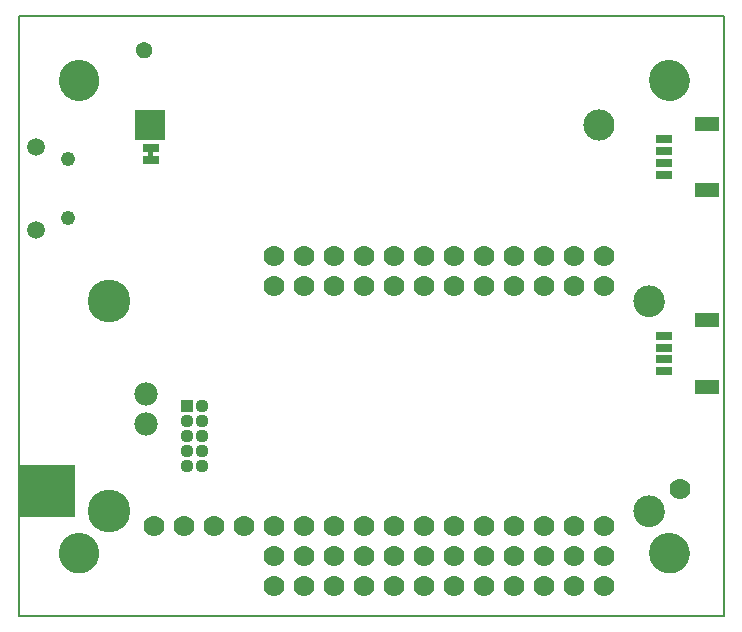
<source format=gbs>
G75*
%MOIN*%
%OFA0B0*%
%FSLAX25Y25*%
%IPPOS*%
%LPD*%
%AMOC8*
5,1,8,0,0,1.08239X$1,22.5*
%
%ADD10C,0.00000*%
%ADD11C,0.10400*%
%ADD12C,0.00600*%
%ADD13R,0.19000X0.17500*%
%ADD14C,0.14243*%
%ADD15C,0.07000*%
%ADD16R,0.10400X0.10400*%
%ADD17C,0.05400*%
%ADD18C,0.13400*%
%ADD19C,0.04400*%
%ADD20R,0.04400X0.04400*%
%ADD21C,0.07800*%
%ADD22C,0.04762*%
%ADD23C,0.05943*%
%ADD24OC8,0.10400*%
%ADD25R,0.08274X0.05124*%
%ADD26R,0.05715X0.02762*%
%ADD27R,0.05400X0.02900*%
%ADD28C,0.00500*%
D10*
X0052595Y0077996D02*
X0052597Y0078157D01*
X0052603Y0078317D01*
X0052613Y0078478D01*
X0052627Y0078638D01*
X0052645Y0078798D01*
X0052666Y0078957D01*
X0052692Y0079116D01*
X0052722Y0079274D01*
X0052755Y0079431D01*
X0052793Y0079588D01*
X0052834Y0079743D01*
X0052879Y0079897D01*
X0052928Y0080050D01*
X0052981Y0080202D01*
X0053037Y0080353D01*
X0053098Y0080502D01*
X0053161Y0080650D01*
X0053229Y0080796D01*
X0053300Y0080940D01*
X0053374Y0081082D01*
X0053452Y0081223D01*
X0053534Y0081361D01*
X0053619Y0081498D01*
X0053707Y0081632D01*
X0053799Y0081764D01*
X0053894Y0081894D01*
X0053992Y0082022D01*
X0054093Y0082147D01*
X0054197Y0082269D01*
X0054304Y0082389D01*
X0054414Y0082506D01*
X0054527Y0082621D01*
X0054643Y0082732D01*
X0054762Y0082841D01*
X0054883Y0082946D01*
X0055007Y0083049D01*
X0055133Y0083149D01*
X0055261Y0083245D01*
X0055392Y0083338D01*
X0055526Y0083428D01*
X0055661Y0083515D01*
X0055799Y0083598D01*
X0055938Y0083678D01*
X0056080Y0083754D01*
X0056223Y0083827D01*
X0056368Y0083896D01*
X0056515Y0083962D01*
X0056663Y0084024D01*
X0056813Y0084082D01*
X0056964Y0084137D01*
X0057117Y0084188D01*
X0057271Y0084235D01*
X0057426Y0084278D01*
X0057582Y0084317D01*
X0057738Y0084353D01*
X0057896Y0084384D01*
X0058054Y0084412D01*
X0058213Y0084436D01*
X0058373Y0084456D01*
X0058533Y0084472D01*
X0058693Y0084484D01*
X0058854Y0084492D01*
X0059015Y0084496D01*
X0059175Y0084496D01*
X0059336Y0084492D01*
X0059497Y0084484D01*
X0059657Y0084472D01*
X0059817Y0084456D01*
X0059977Y0084436D01*
X0060136Y0084412D01*
X0060294Y0084384D01*
X0060452Y0084353D01*
X0060608Y0084317D01*
X0060764Y0084278D01*
X0060919Y0084235D01*
X0061073Y0084188D01*
X0061226Y0084137D01*
X0061377Y0084082D01*
X0061527Y0084024D01*
X0061675Y0083962D01*
X0061822Y0083896D01*
X0061967Y0083827D01*
X0062110Y0083754D01*
X0062252Y0083678D01*
X0062391Y0083598D01*
X0062529Y0083515D01*
X0062664Y0083428D01*
X0062798Y0083338D01*
X0062929Y0083245D01*
X0063057Y0083149D01*
X0063183Y0083049D01*
X0063307Y0082946D01*
X0063428Y0082841D01*
X0063547Y0082732D01*
X0063663Y0082621D01*
X0063776Y0082506D01*
X0063886Y0082389D01*
X0063993Y0082269D01*
X0064097Y0082147D01*
X0064198Y0082022D01*
X0064296Y0081894D01*
X0064391Y0081764D01*
X0064483Y0081632D01*
X0064571Y0081498D01*
X0064656Y0081361D01*
X0064738Y0081223D01*
X0064816Y0081082D01*
X0064890Y0080940D01*
X0064961Y0080796D01*
X0065029Y0080650D01*
X0065092Y0080502D01*
X0065153Y0080353D01*
X0065209Y0080202D01*
X0065262Y0080050D01*
X0065311Y0079897D01*
X0065356Y0079743D01*
X0065397Y0079588D01*
X0065435Y0079431D01*
X0065468Y0079274D01*
X0065498Y0079116D01*
X0065524Y0078957D01*
X0065545Y0078798D01*
X0065563Y0078638D01*
X0065577Y0078478D01*
X0065587Y0078317D01*
X0065593Y0078157D01*
X0065595Y0077996D01*
X0065593Y0077835D01*
X0065587Y0077675D01*
X0065577Y0077514D01*
X0065563Y0077354D01*
X0065545Y0077194D01*
X0065524Y0077035D01*
X0065498Y0076876D01*
X0065468Y0076718D01*
X0065435Y0076561D01*
X0065397Y0076404D01*
X0065356Y0076249D01*
X0065311Y0076095D01*
X0065262Y0075942D01*
X0065209Y0075790D01*
X0065153Y0075639D01*
X0065092Y0075490D01*
X0065029Y0075342D01*
X0064961Y0075196D01*
X0064890Y0075052D01*
X0064816Y0074910D01*
X0064738Y0074769D01*
X0064656Y0074631D01*
X0064571Y0074494D01*
X0064483Y0074360D01*
X0064391Y0074228D01*
X0064296Y0074098D01*
X0064198Y0073970D01*
X0064097Y0073845D01*
X0063993Y0073723D01*
X0063886Y0073603D01*
X0063776Y0073486D01*
X0063663Y0073371D01*
X0063547Y0073260D01*
X0063428Y0073151D01*
X0063307Y0073046D01*
X0063183Y0072943D01*
X0063057Y0072843D01*
X0062929Y0072747D01*
X0062798Y0072654D01*
X0062664Y0072564D01*
X0062529Y0072477D01*
X0062391Y0072394D01*
X0062252Y0072314D01*
X0062110Y0072238D01*
X0061967Y0072165D01*
X0061822Y0072096D01*
X0061675Y0072030D01*
X0061527Y0071968D01*
X0061377Y0071910D01*
X0061226Y0071855D01*
X0061073Y0071804D01*
X0060919Y0071757D01*
X0060764Y0071714D01*
X0060608Y0071675D01*
X0060452Y0071639D01*
X0060294Y0071608D01*
X0060136Y0071580D01*
X0059977Y0071556D01*
X0059817Y0071536D01*
X0059657Y0071520D01*
X0059497Y0071508D01*
X0059336Y0071500D01*
X0059175Y0071496D01*
X0059015Y0071496D01*
X0058854Y0071500D01*
X0058693Y0071508D01*
X0058533Y0071520D01*
X0058373Y0071536D01*
X0058213Y0071556D01*
X0058054Y0071580D01*
X0057896Y0071608D01*
X0057738Y0071639D01*
X0057582Y0071675D01*
X0057426Y0071714D01*
X0057271Y0071757D01*
X0057117Y0071804D01*
X0056964Y0071855D01*
X0056813Y0071910D01*
X0056663Y0071968D01*
X0056515Y0072030D01*
X0056368Y0072096D01*
X0056223Y0072165D01*
X0056080Y0072238D01*
X0055938Y0072314D01*
X0055799Y0072394D01*
X0055661Y0072477D01*
X0055526Y0072564D01*
X0055392Y0072654D01*
X0055261Y0072747D01*
X0055133Y0072843D01*
X0055007Y0072943D01*
X0054883Y0073046D01*
X0054762Y0073151D01*
X0054643Y0073260D01*
X0054527Y0073371D01*
X0054414Y0073486D01*
X0054304Y0073603D01*
X0054197Y0073723D01*
X0054093Y0073845D01*
X0053992Y0073970D01*
X0053894Y0074098D01*
X0053799Y0074228D01*
X0053707Y0074360D01*
X0053619Y0074494D01*
X0053534Y0074631D01*
X0053452Y0074769D01*
X0053374Y0074910D01*
X0053300Y0075052D01*
X0053229Y0075196D01*
X0053161Y0075342D01*
X0053098Y0075490D01*
X0053037Y0075639D01*
X0052981Y0075790D01*
X0052928Y0075942D01*
X0052879Y0076095D01*
X0052834Y0076249D01*
X0052793Y0076404D01*
X0052755Y0076561D01*
X0052722Y0076718D01*
X0052692Y0076876D01*
X0052666Y0077035D01*
X0052645Y0077194D01*
X0052627Y0077354D01*
X0052613Y0077514D01*
X0052603Y0077675D01*
X0052597Y0077835D01*
X0052595Y0077996D01*
X0052595Y0235476D02*
X0052597Y0235637D01*
X0052603Y0235797D01*
X0052613Y0235958D01*
X0052627Y0236118D01*
X0052645Y0236278D01*
X0052666Y0236437D01*
X0052692Y0236596D01*
X0052722Y0236754D01*
X0052755Y0236911D01*
X0052793Y0237068D01*
X0052834Y0237223D01*
X0052879Y0237377D01*
X0052928Y0237530D01*
X0052981Y0237682D01*
X0053037Y0237833D01*
X0053098Y0237982D01*
X0053161Y0238130D01*
X0053229Y0238276D01*
X0053300Y0238420D01*
X0053374Y0238562D01*
X0053452Y0238703D01*
X0053534Y0238841D01*
X0053619Y0238978D01*
X0053707Y0239112D01*
X0053799Y0239244D01*
X0053894Y0239374D01*
X0053992Y0239502D01*
X0054093Y0239627D01*
X0054197Y0239749D01*
X0054304Y0239869D01*
X0054414Y0239986D01*
X0054527Y0240101D01*
X0054643Y0240212D01*
X0054762Y0240321D01*
X0054883Y0240426D01*
X0055007Y0240529D01*
X0055133Y0240629D01*
X0055261Y0240725D01*
X0055392Y0240818D01*
X0055526Y0240908D01*
X0055661Y0240995D01*
X0055799Y0241078D01*
X0055938Y0241158D01*
X0056080Y0241234D01*
X0056223Y0241307D01*
X0056368Y0241376D01*
X0056515Y0241442D01*
X0056663Y0241504D01*
X0056813Y0241562D01*
X0056964Y0241617D01*
X0057117Y0241668D01*
X0057271Y0241715D01*
X0057426Y0241758D01*
X0057582Y0241797D01*
X0057738Y0241833D01*
X0057896Y0241864D01*
X0058054Y0241892D01*
X0058213Y0241916D01*
X0058373Y0241936D01*
X0058533Y0241952D01*
X0058693Y0241964D01*
X0058854Y0241972D01*
X0059015Y0241976D01*
X0059175Y0241976D01*
X0059336Y0241972D01*
X0059497Y0241964D01*
X0059657Y0241952D01*
X0059817Y0241936D01*
X0059977Y0241916D01*
X0060136Y0241892D01*
X0060294Y0241864D01*
X0060452Y0241833D01*
X0060608Y0241797D01*
X0060764Y0241758D01*
X0060919Y0241715D01*
X0061073Y0241668D01*
X0061226Y0241617D01*
X0061377Y0241562D01*
X0061527Y0241504D01*
X0061675Y0241442D01*
X0061822Y0241376D01*
X0061967Y0241307D01*
X0062110Y0241234D01*
X0062252Y0241158D01*
X0062391Y0241078D01*
X0062529Y0240995D01*
X0062664Y0240908D01*
X0062798Y0240818D01*
X0062929Y0240725D01*
X0063057Y0240629D01*
X0063183Y0240529D01*
X0063307Y0240426D01*
X0063428Y0240321D01*
X0063547Y0240212D01*
X0063663Y0240101D01*
X0063776Y0239986D01*
X0063886Y0239869D01*
X0063993Y0239749D01*
X0064097Y0239627D01*
X0064198Y0239502D01*
X0064296Y0239374D01*
X0064391Y0239244D01*
X0064483Y0239112D01*
X0064571Y0238978D01*
X0064656Y0238841D01*
X0064738Y0238703D01*
X0064816Y0238562D01*
X0064890Y0238420D01*
X0064961Y0238276D01*
X0065029Y0238130D01*
X0065092Y0237982D01*
X0065153Y0237833D01*
X0065209Y0237682D01*
X0065262Y0237530D01*
X0065311Y0237377D01*
X0065356Y0237223D01*
X0065397Y0237068D01*
X0065435Y0236911D01*
X0065468Y0236754D01*
X0065498Y0236596D01*
X0065524Y0236437D01*
X0065545Y0236278D01*
X0065563Y0236118D01*
X0065577Y0235958D01*
X0065587Y0235797D01*
X0065593Y0235637D01*
X0065595Y0235476D01*
X0065593Y0235315D01*
X0065587Y0235155D01*
X0065577Y0234994D01*
X0065563Y0234834D01*
X0065545Y0234674D01*
X0065524Y0234515D01*
X0065498Y0234356D01*
X0065468Y0234198D01*
X0065435Y0234041D01*
X0065397Y0233884D01*
X0065356Y0233729D01*
X0065311Y0233575D01*
X0065262Y0233422D01*
X0065209Y0233270D01*
X0065153Y0233119D01*
X0065092Y0232970D01*
X0065029Y0232822D01*
X0064961Y0232676D01*
X0064890Y0232532D01*
X0064816Y0232390D01*
X0064738Y0232249D01*
X0064656Y0232111D01*
X0064571Y0231974D01*
X0064483Y0231840D01*
X0064391Y0231708D01*
X0064296Y0231578D01*
X0064198Y0231450D01*
X0064097Y0231325D01*
X0063993Y0231203D01*
X0063886Y0231083D01*
X0063776Y0230966D01*
X0063663Y0230851D01*
X0063547Y0230740D01*
X0063428Y0230631D01*
X0063307Y0230526D01*
X0063183Y0230423D01*
X0063057Y0230323D01*
X0062929Y0230227D01*
X0062798Y0230134D01*
X0062664Y0230044D01*
X0062529Y0229957D01*
X0062391Y0229874D01*
X0062252Y0229794D01*
X0062110Y0229718D01*
X0061967Y0229645D01*
X0061822Y0229576D01*
X0061675Y0229510D01*
X0061527Y0229448D01*
X0061377Y0229390D01*
X0061226Y0229335D01*
X0061073Y0229284D01*
X0060919Y0229237D01*
X0060764Y0229194D01*
X0060608Y0229155D01*
X0060452Y0229119D01*
X0060294Y0229088D01*
X0060136Y0229060D01*
X0059977Y0229036D01*
X0059817Y0229016D01*
X0059657Y0229000D01*
X0059497Y0228988D01*
X0059336Y0228980D01*
X0059175Y0228976D01*
X0059015Y0228976D01*
X0058854Y0228980D01*
X0058693Y0228988D01*
X0058533Y0229000D01*
X0058373Y0229016D01*
X0058213Y0229036D01*
X0058054Y0229060D01*
X0057896Y0229088D01*
X0057738Y0229119D01*
X0057582Y0229155D01*
X0057426Y0229194D01*
X0057271Y0229237D01*
X0057117Y0229284D01*
X0056964Y0229335D01*
X0056813Y0229390D01*
X0056663Y0229448D01*
X0056515Y0229510D01*
X0056368Y0229576D01*
X0056223Y0229645D01*
X0056080Y0229718D01*
X0055938Y0229794D01*
X0055799Y0229874D01*
X0055661Y0229957D01*
X0055526Y0230044D01*
X0055392Y0230134D01*
X0055261Y0230227D01*
X0055133Y0230323D01*
X0055007Y0230423D01*
X0054883Y0230526D01*
X0054762Y0230631D01*
X0054643Y0230740D01*
X0054527Y0230851D01*
X0054414Y0230966D01*
X0054304Y0231083D01*
X0054197Y0231203D01*
X0054093Y0231325D01*
X0053992Y0231450D01*
X0053894Y0231578D01*
X0053799Y0231708D01*
X0053707Y0231840D01*
X0053619Y0231974D01*
X0053534Y0232111D01*
X0053452Y0232249D01*
X0053374Y0232390D01*
X0053300Y0232532D01*
X0053229Y0232676D01*
X0053161Y0232822D01*
X0053098Y0232970D01*
X0053037Y0233119D01*
X0052981Y0233270D01*
X0052928Y0233422D01*
X0052879Y0233575D01*
X0052834Y0233729D01*
X0052793Y0233884D01*
X0052755Y0234041D01*
X0052722Y0234198D01*
X0052692Y0234356D01*
X0052666Y0234515D01*
X0052645Y0234674D01*
X0052627Y0234834D01*
X0052613Y0234994D01*
X0052603Y0235155D01*
X0052597Y0235315D01*
X0052595Y0235476D01*
X0078268Y0245630D02*
X0078270Y0245729D01*
X0078276Y0245829D01*
X0078286Y0245928D01*
X0078300Y0246026D01*
X0078317Y0246124D01*
X0078339Y0246221D01*
X0078364Y0246317D01*
X0078393Y0246412D01*
X0078426Y0246506D01*
X0078463Y0246598D01*
X0078503Y0246689D01*
X0078547Y0246778D01*
X0078595Y0246866D01*
X0078646Y0246951D01*
X0078700Y0247034D01*
X0078757Y0247116D01*
X0078818Y0247194D01*
X0078882Y0247271D01*
X0078948Y0247344D01*
X0079018Y0247415D01*
X0079090Y0247483D01*
X0079165Y0247549D01*
X0079243Y0247611D01*
X0079323Y0247670D01*
X0079405Y0247726D01*
X0079489Y0247778D01*
X0079576Y0247827D01*
X0079664Y0247873D01*
X0079754Y0247915D01*
X0079846Y0247954D01*
X0079939Y0247989D01*
X0080033Y0248020D01*
X0080129Y0248047D01*
X0080226Y0248070D01*
X0080323Y0248090D01*
X0080421Y0248106D01*
X0080520Y0248118D01*
X0080619Y0248126D01*
X0080718Y0248130D01*
X0080818Y0248130D01*
X0080917Y0248126D01*
X0081016Y0248118D01*
X0081115Y0248106D01*
X0081213Y0248090D01*
X0081310Y0248070D01*
X0081407Y0248047D01*
X0081503Y0248020D01*
X0081597Y0247989D01*
X0081690Y0247954D01*
X0081782Y0247915D01*
X0081872Y0247873D01*
X0081960Y0247827D01*
X0082047Y0247778D01*
X0082131Y0247726D01*
X0082213Y0247670D01*
X0082293Y0247611D01*
X0082371Y0247549D01*
X0082446Y0247483D01*
X0082518Y0247415D01*
X0082588Y0247344D01*
X0082654Y0247271D01*
X0082718Y0247194D01*
X0082779Y0247116D01*
X0082836Y0247034D01*
X0082890Y0246951D01*
X0082941Y0246866D01*
X0082989Y0246778D01*
X0083033Y0246689D01*
X0083073Y0246598D01*
X0083110Y0246506D01*
X0083143Y0246412D01*
X0083172Y0246317D01*
X0083197Y0246221D01*
X0083219Y0246124D01*
X0083236Y0246026D01*
X0083250Y0245928D01*
X0083260Y0245829D01*
X0083266Y0245729D01*
X0083268Y0245630D01*
X0083266Y0245531D01*
X0083260Y0245431D01*
X0083250Y0245332D01*
X0083236Y0245234D01*
X0083219Y0245136D01*
X0083197Y0245039D01*
X0083172Y0244943D01*
X0083143Y0244848D01*
X0083110Y0244754D01*
X0083073Y0244662D01*
X0083033Y0244571D01*
X0082989Y0244482D01*
X0082941Y0244394D01*
X0082890Y0244309D01*
X0082836Y0244226D01*
X0082779Y0244144D01*
X0082718Y0244066D01*
X0082654Y0243989D01*
X0082588Y0243916D01*
X0082518Y0243845D01*
X0082446Y0243777D01*
X0082371Y0243711D01*
X0082293Y0243649D01*
X0082213Y0243590D01*
X0082131Y0243534D01*
X0082047Y0243482D01*
X0081960Y0243433D01*
X0081872Y0243387D01*
X0081782Y0243345D01*
X0081690Y0243306D01*
X0081597Y0243271D01*
X0081503Y0243240D01*
X0081407Y0243213D01*
X0081310Y0243190D01*
X0081213Y0243170D01*
X0081115Y0243154D01*
X0081016Y0243142D01*
X0080917Y0243134D01*
X0080818Y0243130D01*
X0080718Y0243130D01*
X0080619Y0243134D01*
X0080520Y0243142D01*
X0080421Y0243154D01*
X0080323Y0243170D01*
X0080226Y0243190D01*
X0080129Y0243213D01*
X0080033Y0243240D01*
X0079939Y0243271D01*
X0079846Y0243306D01*
X0079754Y0243345D01*
X0079664Y0243387D01*
X0079576Y0243433D01*
X0079489Y0243482D01*
X0079405Y0243534D01*
X0079323Y0243590D01*
X0079243Y0243649D01*
X0079165Y0243711D01*
X0079090Y0243777D01*
X0079018Y0243845D01*
X0078948Y0243916D01*
X0078882Y0243989D01*
X0078818Y0244066D01*
X0078757Y0244144D01*
X0078700Y0244226D01*
X0078646Y0244309D01*
X0078595Y0244394D01*
X0078547Y0244482D01*
X0078503Y0244571D01*
X0078463Y0244662D01*
X0078426Y0244754D01*
X0078393Y0244848D01*
X0078364Y0244943D01*
X0078339Y0245039D01*
X0078317Y0245136D01*
X0078300Y0245234D01*
X0078286Y0245332D01*
X0078276Y0245431D01*
X0078270Y0245531D01*
X0078268Y0245630D01*
X0244095Y0161933D02*
X0244097Y0162074D01*
X0244103Y0162215D01*
X0244113Y0162355D01*
X0244127Y0162495D01*
X0244145Y0162635D01*
X0244166Y0162774D01*
X0244192Y0162913D01*
X0244221Y0163051D01*
X0244255Y0163187D01*
X0244292Y0163323D01*
X0244333Y0163458D01*
X0244378Y0163592D01*
X0244427Y0163724D01*
X0244479Y0163855D01*
X0244535Y0163984D01*
X0244595Y0164111D01*
X0244658Y0164237D01*
X0244724Y0164361D01*
X0244795Y0164484D01*
X0244868Y0164604D01*
X0244945Y0164722D01*
X0245025Y0164838D01*
X0245109Y0164951D01*
X0245195Y0165062D01*
X0245285Y0165171D01*
X0245378Y0165277D01*
X0245473Y0165380D01*
X0245572Y0165481D01*
X0245673Y0165579D01*
X0245777Y0165674D01*
X0245884Y0165766D01*
X0245993Y0165855D01*
X0246105Y0165940D01*
X0246219Y0166023D01*
X0246335Y0166103D01*
X0246454Y0166179D01*
X0246575Y0166251D01*
X0246697Y0166321D01*
X0246822Y0166386D01*
X0246948Y0166449D01*
X0247076Y0166507D01*
X0247206Y0166562D01*
X0247337Y0166614D01*
X0247470Y0166661D01*
X0247604Y0166705D01*
X0247739Y0166746D01*
X0247875Y0166782D01*
X0248012Y0166814D01*
X0248150Y0166843D01*
X0248288Y0166868D01*
X0248428Y0166888D01*
X0248568Y0166905D01*
X0248708Y0166918D01*
X0248849Y0166927D01*
X0248989Y0166932D01*
X0249130Y0166933D01*
X0249271Y0166930D01*
X0249412Y0166923D01*
X0249552Y0166912D01*
X0249692Y0166897D01*
X0249832Y0166878D01*
X0249971Y0166856D01*
X0250109Y0166829D01*
X0250247Y0166799D01*
X0250383Y0166764D01*
X0250519Y0166726D01*
X0250653Y0166684D01*
X0250787Y0166638D01*
X0250919Y0166589D01*
X0251049Y0166535D01*
X0251178Y0166478D01*
X0251305Y0166418D01*
X0251431Y0166354D01*
X0251554Y0166286D01*
X0251676Y0166215D01*
X0251796Y0166141D01*
X0251913Y0166063D01*
X0252028Y0165982D01*
X0252141Y0165898D01*
X0252252Y0165811D01*
X0252360Y0165720D01*
X0252465Y0165627D01*
X0252568Y0165530D01*
X0252668Y0165431D01*
X0252765Y0165329D01*
X0252859Y0165224D01*
X0252950Y0165117D01*
X0253038Y0165007D01*
X0253123Y0164895D01*
X0253205Y0164780D01*
X0253284Y0164663D01*
X0253359Y0164544D01*
X0253431Y0164423D01*
X0253499Y0164300D01*
X0253564Y0164175D01*
X0253626Y0164048D01*
X0253683Y0163919D01*
X0253738Y0163789D01*
X0253788Y0163658D01*
X0253835Y0163525D01*
X0253878Y0163391D01*
X0253917Y0163255D01*
X0253952Y0163119D01*
X0253984Y0162982D01*
X0254011Y0162844D01*
X0254035Y0162705D01*
X0254055Y0162565D01*
X0254071Y0162425D01*
X0254083Y0162285D01*
X0254091Y0162144D01*
X0254095Y0162003D01*
X0254095Y0161863D01*
X0254091Y0161722D01*
X0254083Y0161581D01*
X0254071Y0161441D01*
X0254055Y0161301D01*
X0254035Y0161161D01*
X0254011Y0161022D01*
X0253984Y0160884D01*
X0253952Y0160747D01*
X0253917Y0160611D01*
X0253878Y0160475D01*
X0253835Y0160341D01*
X0253788Y0160208D01*
X0253738Y0160077D01*
X0253683Y0159947D01*
X0253626Y0159818D01*
X0253564Y0159691D01*
X0253499Y0159566D01*
X0253431Y0159443D01*
X0253359Y0159322D01*
X0253284Y0159203D01*
X0253205Y0159086D01*
X0253123Y0158971D01*
X0253038Y0158859D01*
X0252950Y0158749D01*
X0252859Y0158642D01*
X0252765Y0158537D01*
X0252668Y0158435D01*
X0252568Y0158336D01*
X0252465Y0158239D01*
X0252360Y0158146D01*
X0252252Y0158055D01*
X0252141Y0157968D01*
X0252028Y0157884D01*
X0251913Y0157803D01*
X0251796Y0157725D01*
X0251676Y0157651D01*
X0251554Y0157580D01*
X0251431Y0157512D01*
X0251305Y0157448D01*
X0251178Y0157388D01*
X0251049Y0157331D01*
X0250919Y0157277D01*
X0250787Y0157228D01*
X0250653Y0157182D01*
X0250519Y0157140D01*
X0250383Y0157102D01*
X0250247Y0157067D01*
X0250109Y0157037D01*
X0249971Y0157010D01*
X0249832Y0156988D01*
X0249692Y0156969D01*
X0249552Y0156954D01*
X0249412Y0156943D01*
X0249271Y0156936D01*
X0249130Y0156933D01*
X0248989Y0156934D01*
X0248849Y0156939D01*
X0248708Y0156948D01*
X0248568Y0156961D01*
X0248428Y0156978D01*
X0248288Y0156998D01*
X0248150Y0157023D01*
X0248012Y0157052D01*
X0247875Y0157084D01*
X0247739Y0157120D01*
X0247604Y0157161D01*
X0247470Y0157205D01*
X0247337Y0157252D01*
X0247206Y0157304D01*
X0247076Y0157359D01*
X0246948Y0157417D01*
X0246822Y0157480D01*
X0246697Y0157545D01*
X0246575Y0157615D01*
X0246454Y0157687D01*
X0246335Y0157763D01*
X0246219Y0157843D01*
X0246105Y0157926D01*
X0245993Y0158011D01*
X0245884Y0158100D01*
X0245777Y0158192D01*
X0245673Y0158287D01*
X0245572Y0158385D01*
X0245473Y0158486D01*
X0245378Y0158589D01*
X0245285Y0158695D01*
X0245195Y0158804D01*
X0245109Y0158915D01*
X0245025Y0159028D01*
X0244945Y0159144D01*
X0244868Y0159262D01*
X0244795Y0159382D01*
X0244724Y0159505D01*
X0244658Y0159629D01*
X0244595Y0159755D01*
X0244535Y0159882D01*
X0244479Y0160011D01*
X0244427Y0160142D01*
X0244378Y0160274D01*
X0244333Y0160408D01*
X0244292Y0160543D01*
X0244255Y0160679D01*
X0244221Y0160815D01*
X0244192Y0160953D01*
X0244166Y0161092D01*
X0244145Y0161231D01*
X0244127Y0161371D01*
X0244113Y0161511D01*
X0244103Y0161651D01*
X0244097Y0161792D01*
X0244095Y0161933D01*
X0244095Y0091933D02*
X0244097Y0092074D01*
X0244103Y0092215D01*
X0244113Y0092355D01*
X0244127Y0092495D01*
X0244145Y0092635D01*
X0244166Y0092774D01*
X0244192Y0092913D01*
X0244221Y0093051D01*
X0244255Y0093187D01*
X0244292Y0093323D01*
X0244333Y0093458D01*
X0244378Y0093592D01*
X0244427Y0093724D01*
X0244479Y0093855D01*
X0244535Y0093984D01*
X0244595Y0094111D01*
X0244658Y0094237D01*
X0244724Y0094361D01*
X0244795Y0094484D01*
X0244868Y0094604D01*
X0244945Y0094722D01*
X0245025Y0094838D01*
X0245109Y0094951D01*
X0245195Y0095062D01*
X0245285Y0095171D01*
X0245378Y0095277D01*
X0245473Y0095380D01*
X0245572Y0095481D01*
X0245673Y0095579D01*
X0245777Y0095674D01*
X0245884Y0095766D01*
X0245993Y0095855D01*
X0246105Y0095940D01*
X0246219Y0096023D01*
X0246335Y0096103D01*
X0246454Y0096179D01*
X0246575Y0096251D01*
X0246697Y0096321D01*
X0246822Y0096386D01*
X0246948Y0096449D01*
X0247076Y0096507D01*
X0247206Y0096562D01*
X0247337Y0096614D01*
X0247470Y0096661D01*
X0247604Y0096705D01*
X0247739Y0096746D01*
X0247875Y0096782D01*
X0248012Y0096814D01*
X0248150Y0096843D01*
X0248288Y0096868D01*
X0248428Y0096888D01*
X0248568Y0096905D01*
X0248708Y0096918D01*
X0248849Y0096927D01*
X0248989Y0096932D01*
X0249130Y0096933D01*
X0249271Y0096930D01*
X0249412Y0096923D01*
X0249552Y0096912D01*
X0249692Y0096897D01*
X0249832Y0096878D01*
X0249971Y0096856D01*
X0250109Y0096829D01*
X0250247Y0096799D01*
X0250383Y0096764D01*
X0250519Y0096726D01*
X0250653Y0096684D01*
X0250787Y0096638D01*
X0250919Y0096589D01*
X0251049Y0096535D01*
X0251178Y0096478D01*
X0251305Y0096418D01*
X0251431Y0096354D01*
X0251554Y0096286D01*
X0251676Y0096215D01*
X0251796Y0096141D01*
X0251913Y0096063D01*
X0252028Y0095982D01*
X0252141Y0095898D01*
X0252252Y0095811D01*
X0252360Y0095720D01*
X0252465Y0095627D01*
X0252568Y0095530D01*
X0252668Y0095431D01*
X0252765Y0095329D01*
X0252859Y0095224D01*
X0252950Y0095117D01*
X0253038Y0095007D01*
X0253123Y0094895D01*
X0253205Y0094780D01*
X0253284Y0094663D01*
X0253359Y0094544D01*
X0253431Y0094423D01*
X0253499Y0094300D01*
X0253564Y0094175D01*
X0253626Y0094048D01*
X0253683Y0093919D01*
X0253738Y0093789D01*
X0253788Y0093658D01*
X0253835Y0093525D01*
X0253878Y0093391D01*
X0253917Y0093255D01*
X0253952Y0093119D01*
X0253984Y0092982D01*
X0254011Y0092844D01*
X0254035Y0092705D01*
X0254055Y0092565D01*
X0254071Y0092425D01*
X0254083Y0092285D01*
X0254091Y0092144D01*
X0254095Y0092003D01*
X0254095Y0091863D01*
X0254091Y0091722D01*
X0254083Y0091581D01*
X0254071Y0091441D01*
X0254055Y0091301D01*
X0254035Y0091161D01*
X0254011Y0091022D01*
X0253984Y0090884D01*
X0253952Y0090747D01*
X0253917Y0090611D01*
X0253878Y0090475D01*
X0253835Y0090341D01*
X0253788Y0090208D01*
X0253738Y0090077D01*
X0253683Y0089947D01*
X0253626Y0089818D01*
X0253564Y0089691D01*
X0253499Y0089566D01*
X0253431Y0089443D01*
X0253359Y0089322D01*
X0253284Y0089203D01*
X0253205Y0089086D01*
X0253123Y0088971D01*
X0253038Y0088859D01*
X0252950Y0088749D01*
X0252859Y0088642D01*
X0252765Y0088537D01*
X0252668Y0088435D01*
X0252568Y0088336D01*
X0252465Y0088239D01*
X0252360Y0088146D01*
X0252252Y0088055D01*
X0252141Y0087968D01*
X0252028Y0087884D01*
X0251913Y0087803D01*
X0251796Y0087725D01*
X0251676Y0087651D01*
X0251554Y0087580D01*
X0251431Y0087512D01*
X0251305Y0087448D01*
X0251178Y0087388D01*
X0251049Y0087331D01*
X0250919Y0087277D01*
X0250787Y0087228D01*
X0250653Y0087182D01*
X0250519Y0087140D01*
X0250383Y0087102D01*
X0250247Y0087067D01*
X0250109Y0087037D01*
X0249971Y0087010D01*
X0249832Y0086988D01*
X0249692Y0086969D01*
X0249552Y0086954D01*
X0249412Y0086943D01*
X0249271Y0086936D01*
X0249130Y0086933D01*
X0248989Y0086934D01*
X0248849Y0086939D01*
X0248708Y0086948D01*
X0248568Y0086961D01*
X0248428Y0086978D01*
X0248288Y0086998D01*
X0248150Y0087023D01*
X0248012Y0087052D01*
X0247875Y0087084D01*
X0247739Y0087120D01*
X0247604Y0087161D01*
X0247470Y0087205D01*
X0247337Y0087252D01*
X0247206Y0087304D01*
X0247076Y0087359D01*
X0246948Y0087417D01*
X0246822Y0087480D01*
X0246697Y0087545D01*
X0246575Y0087615D01*
X0246454Y0087687D01*
X0246335Y0087763D01*
X0246219Y0087843D01*
X0246105Y0087926D01*
X0245993Y0088011D01*
X0245884Y0088100D01*
X0245777Y0088192D01*
X0245673Y0088287D01*
X0245572Y0088385D01*
X0245473Y0088486D01*
X0245378Y0088589D01*
X0245285Y0088695D01*
X0245195Y0088804D01*
X0245109Y0088915D01*
X0245025Y0089028D01*
X0244945Y0089144D01*
X0244868Y0089262D01*
X0244795Y0089382D01*
X0244724Y0089505D01*
X0244658Y0089629D01*
X0244595Y0089755D01*
X0244535Y0089882D01*
X0244479Y0090011D01*
X0244427Y0090142D01*
X0244378Y0090274D01*
X0244333Y0090408D01*
X0244292Y0090543D01*
X0244255Y0090679D01*
X0244221Y0090815D01*
X0244192Y0090953D01*
X0244166Y0091092D01*
X0244145Y0091231D01*
X0244127Y0091371D01*
X0244113Y0091511D01*
X0244103Y0091651D01*
X0244097Y0091792D01*
X0244095Y0091933D01*
X0249446Y0077996D02*
X0249448Y0078157D01*
X0249454Y0078317D01*
X0249464Y0078478D01*
X0249478Y0078638D01*
X0249496Y0078798D01*
X0249517Y0078957D01*
X0249543Y0079116D01*
X0249573Y0079274D01*
X0249606Y0079431D01*
X0249644Y0079588D01*
X0249685Y0079743D01*
X0249730Y0079897D01*
X0249779Y0080050D01*
X0249832Y0080202D01*
X0249888Y0080353D01*
X0249949Y0080502D01*
X0250012Y0080650D01*
X0250080Y0080796D01*
X0250151Y0080940D01*
X0250225Y0081082D01*
X0250303Y0081223D01*
X0250385Y0081361D01*
X0250470Y0081498D01*
X0250558Y0081632D01*
X0250650Y0081764D01*
X0250745Y0081894D01*
X0250843Y0082022D01*
X0250944Y0082147D01*
X0251048Y0082269D01*
X0251155Y0082389D01*
X0251265Y0082506D01*
X0251378Y0082621D01*
X0251494Y0082732D01*
X0251613Y0082841D01*
X0251734Y0082946D01*
X0251858Y0083049D01*
X0251984Y0083149D01*
X0252112Y0083245D01*
X0252243Y0083338D01*
X0252377Y0083428D01*
X0252512Y0083515D01*
X0252650Y0083598D01*
X0252789Y0083678D01*
X0252931Y0083754D01*
X0253074Y0083827D01*
X0253219Y0083896D01*
X0253366Y0083962D01*
X0253514Y0084024D01*
X0253664Y0084082D01*
X0253815Y0084137D01*
X0253968Y0084188D01*
X0254122Y0084235D01*
X0254277Y0084278D01*
X0254433Y0084317D01*
X0254589Y0084353D01*
X0254747Y0084384D01*
X0254905Y0084412D01*
X0255064Y0084436D01*
X0255224Y0084456D01*
X0255384Y0084472D01*
X0255544Y0084484D01*
X0255705Y0084492D01*
X0255866Y0084496D01*
X0256026Y0084496D01*
X0256187Y0084492D01*
X0256348Y0084484D01*
X0256508Y0084472D01*
X0256668Y0084456D01*
X0256828Y0084436D01*
X0256987Y0084412D01*
X0257145Y0084384D01*
X0257303Y0084353D01*
X0257459Y0084317D01*
X0257615Y0084278D01*
X0257770Y0084235D01*
X0257924Y0084188D01*
X0258077Y0084137D01*
X0258228Y0084082D01*
X0258378Y0084024D01*
X0258526Y0083962D01*
X0258673Y0083896D01*
X0258818Y0083827D01*
X0258961Y0083754D01*
X0259103Y0083678D01*
X0259242Y0083598D01*
X0259380Y0083515D01*
X0259515Y0083428D01*
X0259649Y0083338D01*
X0259780Y0083245D01*
X0259908Y0083149D01*
X0260034Y0083049D01*
X0260158Y0082946D01*
X0260279Y0082841D01*
X0260398Y0082732D01*
X0260514Y0082621D01*
X0260627Y0082506D01*
X0260737Y0082389D01*
X0260844Y0082269D01*
X0260948Y0082147D01*
X0261049Y0082022D01*
X0261147Y0081894D01*
X0261242Y0081764D01*
X0261334Y0081632D01*
X0261422Y0081498D01*
X0261507Y0081361D01*
X0261589Y0081223D01*
X0261667Y0081082D01*
X0261741Y0080940D01*
X0261812Y0080796D01*
X0261880Y0080650D01*
X0261943Y0080502D01*
X0262004Y0080353D01*
X0262060Y0080202D01*
X0262113Y0080050D01*
X0262162Y0079897D01*
X0262207Y0079743D01*
X0262248Y0079588D01*
X0262286Y0079431D01*
X0262319Y0079274D01*
X0262349Y0079116D01*
X0262375Y0078957D01*
X0262396Y0078798D01*
X0262414Y0078638D01*
X0262428Y0078478D01*
X0262438Y0078317D01*
X0262444Y0078157D01*
X0262446Y0077996D01*
X0262444Y0077835D01*
X0262438Y0077675D01*
X0262428Y0077514D01*
X0262414Y0077354D01*
X0262396Y0077194D01*
X0262375Y0077035D01*
X0262349Y0076876D01*
X0262319Y0076718D01*
X0262286Y0076561D01*
X0262248Y0076404D01*
X0262207Y0076249D01*
X0262162Y0076095D01*
X0262113Y0075942D01*
X0262060Y0075790D01*
X0262004Y0075639D01*
X0261943Y0075490D01*
X0261880Y0075342D01*
X0261812Y0075196D01*
X0261741Y0075052D01*
X0261667Y0074910D01*
X0261589Y0074769D01*
X0261507Y0074631D01*
X0261422Y0074494D01*
X0261334Y0074360D01*
X0261242Y0074228D01*
X0261147Y0074098D01*
X0261049Y0073970D01*
X0260948Y0073845D01*
X0260844Y0073723D01*
X0260737Y0073603D01*
X0260627Y0073486D01*
X0260514Y0073371D01*
X0260398Y0073260D01*
X0260279Y0073151D01*
X0260158Y0073046D01*
X0260034Y0072943D01*
X0259908Y0072843D01*
X0259780Y0072747D01*
X0259649Y0072654D01*
X0259515Y0072564D01*
X0259380Y0072477D01*
X0259242Y0072394D01*
X0259103Y0072314D01*
X0258961Y0072238D01*
X0258818Y0072165D01*
X0258673Y0072096D01*
X0258526Y0072030D01*
X0258378Y0071968D01*
X0258228Y0071910D01*
X0258077Y0071855D01*
X0257924Y0071804D01*
X0257770Y0071757D01*
X0257615Y0071714D01*
X0257459Y0071675D01*
X0257303Y0071639D01*
X0257145Y0071608D01*
X0256987Y0071580D01*
X0256828Y0071556D01*
X0256668Y0071536D01*
X0256508Y0071520D01*
X0256348Y0071508D01*
X0256187Y0071500D01*
X0256026Y0071496D01*
X0255866Y0071496D01*
X0255705Y0071500D01*
X0255544Y0071508D01*
X0255384Y0071520D01*
X0255224Y0071536D01*
X0255064Y0071556D01*
X0254905Y0071580D01*
X0254747Y0071608D01*
X0254589Y0071639D01*
X0254433Y0071675D01*
X0254277Y0071714D01*
X0254122Y0071757D01*
X0253968Y0071804D01*
X0253815Y0071855D01*
X0253664Y0071910D01*
X0253514Y0071968D01*
X0253366Y0072030D01*
X0253219Y0072096D01*
X0253074Y0072165D01*
X0252931Y0072238D01*
X0252789Y0072314D01*
X0252650Y0072394D01*
X0252512Y0072477D01*
X0252377Y0072564D01*
X0252243Y0072654D01*
X0252112Y0072747D01*
X0251984Y0072843D01*
X0251858Y0072943D01*
X0251734Y0073046D01*
X0251613Y0073151D01*
X0251494Y0073260D01*
X0251378Y0073371D01*
X0251265Y0073486D01*
X0251155Y0073603D01*
X0251048Y0073723D01*
X0250944Y0073845D01*
X0250843Y0073970D01*
X0250745Y0074098D01*
X0250650Y0074228D01*
X0250558Y0074360D01*
X0250470Y0074494D01*
X0250385Y0074631D01*
X0250303Y0074769D01*
X0250225Y0074910D01*
X0250151Y0075052D01*
X0250080Y0075196D01*
X0250012Y0075342D01*
X0249949Y0075490D01*
X0249888Y0075639D01*
X0249832Y0075790D01*
X0249779Y0075942D01*
X0249730Y0076095D01*
X0249685Y0076249D01*
X0249644Y0076404D01*
X0249606Y0076561D01*
X0249573Y0076718D01*
X0249543Y0076876D01*
X0249517Y0077035D01*
X0249496Y0077194D01*
X0249478Y0077354D01*
X0249464Y0077514D01*
X0249454Y0077675D01*
X0249448Y0077835D01*
X0249446Y0077996D01*
X0249446Y0235476D02*
X0249448Y0235637D01*
X0249454Y0235797D01*
X0249464Y0235958D01*
X0249478Y0236118D01*
X0249496Y0236278D01*
X0249517Y0236437D01*
X0249543Y0236596D01*
X0249573Y0236754D01*
X0249606Y0236911D01*
X0249644Y0237068D01*
X0249685Y0237223D01*
X0249730Y0237377D01*
X0249779Y0237530D01*
X0249832Y0237682D01*
X0249888Y0237833D01*
X0249949Y0237982D01*
X0250012Y0238130D01*
X0250080Y0238276D01*
X0250151Y0238420D01*
X0250225Y0238562D01*
X0250303Y0238703D01*
X0250385Y0238841D01*
X0250470Y0238978D01*
X0250558Y0239112D01*
X0250650Y0239244D01*
X0250745Y0239374D01*
X0250843Y0239502D01*
X0250944Y0239627D01*
X0251048Y0239749D01*
X0251155Y0239869D01*
X0251265Y0239986D01*
X0251378Y0240101D01*
X0251494Y0240212D01*
X0251613Y0240321D01*
X0251734Y0240426D01*
X0251858Y0240529D01*
X0251984Y0240629D01*
X0252112Y0240725D01*
X0252243Y0240818D01*
X0252377Y0240908D01*
X0252512Y0240995D01*
X0252650Y0241078D01*
X0252789Y0241158D01*
X0252931Y0241234D01*
X0253074Y0241307D01*
X0253219Y0241376D01*
X0253366Y0241442D01*
X0253514Y0241504D01*
X0253664Y0241562D01*
X0253815Y0241617D01*
X0253968Y0241668D01*
X0254122Y0241715D01*
X0254277Y0241758D01*
X0254433Y0241797D01*
X0254589Y0241833D01*
X0254747Y0241864D01*
X0254905Y0241892D01*
X0255064Y0241916D01*
X0255224Y0241936D01*
X0255384Y0241952D01*
X0255544Y0241964D01*
X0255705Y0241972D01*
X0255866Y0241976D01*
X0256026Y0241976D01*
X0256187Y0241972D01*
X0256348Y0241964D01*
X0256508Y0241952D01*
X0256668Y0241936D01*
X0256828Y0241916D01*
X0256987Y0241892D01*
X0257145Y0241864D01*
X0257303Y0241833D01*
X0257459Y0241797D01*
X0257615Y0241758D01*
X0257770Y0241715D01*
X0257924Y0241668D01*
X0258077Y0241617D01*
X0258228Y0241562D01*
X0258378Y0241504D01*
X0258526Y0241442D01*
X0258673Y0241376D01*
X0258818Y0241307D01*
X0258961Y0241234D01*
X0259103Y0241158D01*
X0259242Y0241078D01*
X0259380Y0240995D01*
X0259515Y0240908D01*
X0259649Y0240818D01*
X0259780Y0240725D01*
X0259908Y0240629D01*
X0260034Y0240529D01*
X0260158Y0240426D01*
X0260279Y0240321D01*
X0260398Y0240212D01*
X0260514Y0240101D01*
X0260627Y0239986D01*
X0260737Y0239869D01*
X0260844Y0239749D01*
X0260948Y0239627D01*
X0261049Y0239502D01*
X0261147Y0239374D01*
X0261242Y0239244D01*
X0261334Y0239112D01*
X0261422Y0238978D01*
X0261507Y0238841D01*
X0261589Y0238703D01*
X0261667Y0238562D01*
X0261741Y0238420D01*
X0261812Y0238276D01*
X0261880Y0238130D01*
X0261943Y0237982D01*
X0262004Y0237833D01*
X0262060Y0237682D01*
X0262113Y0237530D01*
X0262162Y0237377D01*
X0262207Y0237223D01*
X0262248Y0237068D01*
X0262286Y0236911D01*
X0262319Y0236754D01*
X0262349Y0236596D01*
X0262375Y0236437D01*
X0262396Y0236278D01*
X0262414Y0236118D01*
X0262428Y0235958D01*
X0262438Y0235797D01*
X0262444Y0235637D01*
X0262446Y0235476D01*
X0262444Y0235315D01*
X0262438Y0235155D01*
X0262428Y0234994D01*
X0262414Y0234834D01*
X0262396Y0234674D01*
X0262375Y0234515D01*
X0262349Y0234356D01*
X0262319Y0234198D01*
X0262286Y0234041D01*
X0262248Y0233884D01*
X0262207Y0233729D01*
X0262162Y0233575D01*
X0262113Y0233422D01*
X0262060Y0233270D01*
X0262004Y0233119D01*
X0261943Y0232970D01*
X0261880Y0232822D01*
X0261812Y0232676D01*
X0261741Y0232532D01*
X0261667Y0232390D01*
X0261589Y0232249D01*
X0261507Y0232111D01*
X0261422Y0231974D01*
X0261334Y0231840D01*
X0261242Y0231708D01*
X0261147Y0231578D01*
X0261049Y0231450D01*
X0260948Y0231325D01*
X0260844Y0231203D01*
X0260737Y0231083D01*
X0260627Y0230966D01*
X0260514Y0230851D01*
X0260398Y0230740D01*
X0260279Y0230631D01*
X0260158Y0230526D01*
X0260034Y0230423D01*
X0259908Y0230323D01*
X0259780Y0230227D01*
X0259649Y0230134D01*
X0259515Y0230044D01*
X0259380Y0229957D01*
X0259242Y0229874D01*
X0259103Y0229794D01*
X0258961Y0229718D01*
X0258818Y0229645D01*
X0258673Y0229576D01*
X0258526Y0229510D01*
X0258378Y0229448D01*
X0258228Y0229390D01*
X0258077Y0229335D01*
X0257924Y0229284D01*
X0257770Y0229237D01*
X0257615Y0229194D01*
X0257459Y0229155D01*
X0257303Y0229119D01*
X0257145Y0229088D01*
X0256987Y0229060D01*
X0256828Y0229036D01*
X0256668Y0229016D01*
X0256508Y0229000D01*
X0256348Y0228988D01*
X0256187Y0228980D01*
X0256026Y0228976D01*
X0255866Y0228976D01*
X0255705Y0228980D01*
X0255544Y0228988D01*
X0255384Y0229000D01*
X0255224Y0229016D01*
X0255064Y0229036D01*
X0254905Y0229060D01*
X0254747Y0229088D01*
X0254589Y0229119D01*
X0254433Y0229155D01*
X0254277Y0229194D01*
X0254122Y0229237D01*
X0253968Y0229284D01*
X0253815Y0229335D01*
X0253664Y0229390D01*
X0253514Y0229448D01*
X0253366Y0229510D01*
X0253219Y0229576D01*
X0253074Y0229645D01*
X0252931Y0229718D01*
X0252789Y0229794D01*
X0252650Y0229874D01*
X0252512Y0229957D01*
X0252377Y0230044D01*
X0252243Y0230134D01*
X0252112Y0230227D01*
X0251984Y0230323D01*
X0251858Y0230423D01*
X0251734Y0230526D01*
X0251613Y0230631D01*
X0251494Y0230740D01*
X0251378Y0230851D01*
X0251265Y0230966D01*
X0251155Y0231083D01*
X0251048Y0231203D01*
X0250944Y0231325D01*
X0250843Y0231450D01*
X0250745Y0231578D01*
X0250650Y0231708D01*
X0250558Y0231840D01*
X0250470Y0231974D01*
X0250385Y0232111D01*
X0250303Y0232249D01*
X0250225Y0232390D01*
X0250151Y0232532D01*
X0250080Y0232676D01*
X0250012Y0232822D01*
X0249949Y0232970D01*
X0249888Y0233119D01*
X0249832Y0233270D01*
X0249779Y0233422D01*
X0249730Y0233575D01*
X0249685Y0233729D01*
X0249644Y0233884D01*
X0249606Y0234041D01*
X0249573Y0234198D01*
X0249543Y0234356D01*
X0249517Y0234515D01*
X0249496Y0234674D01*
X0249478Y0234834D01*
X0249464Y0234994D01*
X0249454Y0235155D01*
X0249448Y0235315D01*
X0249446Y0235476D01*
D11*
X0232468Y0220630D03*
X0249095Y0161933D03*
X0249095Y0091933D03*
D12*
X0039095Y0056933D02*
X0039095Y0256933D01*
X0274095Y0256933D01*
X0274095Y0056933D01*
X0039095Y0056933D01*
D13*
X0048595Y0098683D03*
D14*
X0069095Y0091933D03*
X0069095Y0161933D03*
D15*
X0124095Y0166933D03*
X0134095Y0166933D03*
X0144095Y0166933D03*
X0154095Y0166933D03*
X0164095Y0166933D03*
X0174095Y0166933D03*
X0174095Y0176933D03*
X0164095Y0176933D03*
X0154095Y0176933D03*
X0144095Y0176933D03*
X0134095Y0176933D03*
X0124095Y0176933D03*
X0184095Y0176933D03*
X0194095Y0176933D03*
X0204095Y0176933D03*
X0214095Y0176933D03*
X0224095Y0176933D03*
X0234095Y0176933D03*
X0234095Y0166933D03*
X0224095Y0166933D03*
X0214095Y0166933D03*
X0204095Y0166933D03*
X0194095Y0166933D03*
X0184095Y0166933D03*
X0259442Y0099252D03*
X0234095Y0086933D03*
X0224095Y0086933D03*
X0214095Y0086933D03*
X0204095Y0086933D03*
X0194095Y0086933D03*
X0184095Y0086933D03*
X0174095Y0086933D03*
X0164095Y0086933D03*
X0154095Y0086933D03*
X0144095Y0086933D03*
X0134095Y0086933D03*
X0124095Y0086933D03*
X0114095Y0086933D03*
X0104095Y0086933D03*
X0094095Y0086933D03*
X0084095Y0086933D03*
X0124095Y0076933D03*
X0124095Y0066933D03*
X0134095Y0066933D03*
X0134095Y0076933D03*
X0144095Y0076933D03*
X0144095Y0066933D03*
X0154095Y0066933D03*
X0154095Y0076933D03*
X0164095Y0076933D03*
X0164095Y0066933D03*
X0174095Y0066933D03*
X0174095Y0076933D03*
X0184095Y0076933D03*
X0184095Y0066933D03*
X0194095Y0066933D03*
X0194095Y0076933D03*
X0204095Y0076933D03*
X0204095Y0066933D03*
X0214095Y0066933D03*
X0214095Y0076933D03*
X0224095Y0076933D03*
X0224095Y0066933D03*
X0234095Y0066933D03*
X0234095Y0076933D03*
D16*
X0083068Y0220630D03*
D17*
X0080768Y0245630D03*
D18*
X0059095Y0235476D03*
X0059095Y0077996D03*
X0255946Y0077996D03*
X0255946Y0235476D03*
D19*
X0100095Y0126933D03*
X0100095Y0121933D03*
X0100095Y0116933D03*
X0095095Y0116933D03*
X0095095Y0121933D03*
X0095095Y0111933D03*
X0095095Y0106933D03*
X0100095Y0106933D03*
X0100095Y0111933D03*
D20*
X0095095Y0126933D03*
D21*
X0081595Y0130933D03*
X0081595Y0120933D03*
D22*
X0055595Y0189591D03*
X0055595Y0209276D03*
D23*
X0044965Y0213213D03*
X0044965Y0185654D03*
D24*
X0049095Y0098433D03*
D25*
X0268564Y0133409D03*
X0268564Y0155457D03*
X0268564Y0198909D03*
X0268564Y0220957D03*
D26*
X0254095Y0215839D03*
X0254095Y0211902D03*
X0254095Y0207965D03*
X0254095Y0204028D03*
X0254095Y0150339D03*
X0254095Y0146402D03*
X0254095Y0142465D03*
X0254095Y0138528D03*
D27*
X0083095Y0208933D03*
X0083095Y0212933D03*
D28*
X0083595Y0211683D02*
X0082595Y0211683D01*
X0082595Y0210183D01*
X0083595Y0210183D01*
X0083595Y0211683D01*
X0083595Y0211472D02*
X0082595Y0211472D01*
X0082595Y0210973D02*
X0083595Y0210973D01*
X0083595Y0210475D02*
X0082595Y0210475D01*
M02*

</source>
